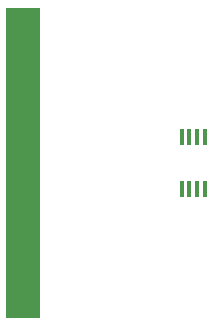
<source format=gbr>
G04 #@! TF.GenerationSoftware,KiCad,Pcbnew,(5.1.2)-2*
G04 #@! TF.CreationDate,2022-01-19T07:15:10-03:00*
G04 #@! TF.ProjectId,MAG_Plus,4d41475f-506c-4757-932e-6b696361645f,rev?*
G04 #@! TF.SameCoordinates,Original*
G04 #@! TF.FileFunction,Paste,Bot*
G04 #@! TF.FilePolarity,Positive*
%FSLAX46Y46*%
G04 Gerber Fmt 4.6, Leading zero omitted, Abs format (unit mm)*
G04 Created by KiCad (PCBNEW (5.1.2)-2) date 2022-01-19 07:15:10*
%MOMM*%
%LPD*%
G04 APERTURE LIST*
%ADD10R,3.000000X26.300000*%
%ADD11R,0.450000X1.450000*%
G04 APERTURE END LIST*
D10*
X27480000Y-40170000D03*
D11*
X42895000Y-37950000D03*
X42245000Y-37950000D03*
X41595000Y-37950000D03*
X40945000Y-37950000D03*
X40945000Y-42350000D03*
X41595000Y-42350000D03*
X42245000Y-42350000D03*
X42895000Y-42350000D03*
M02*

</source>
